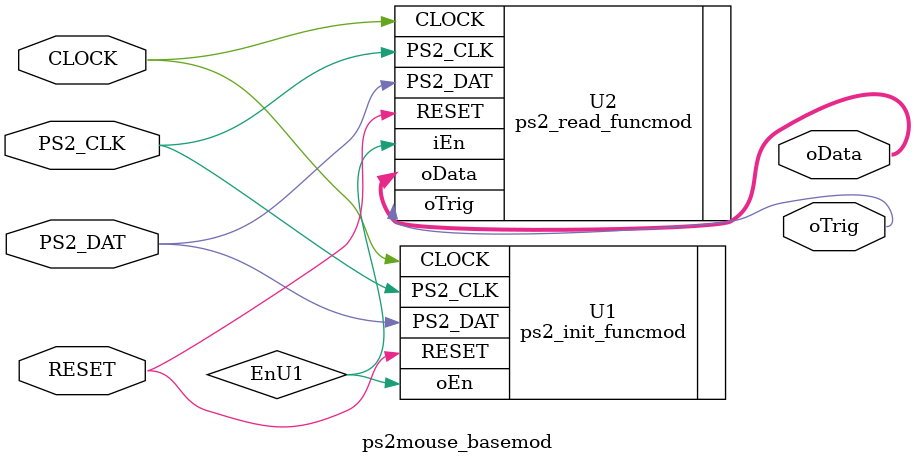
<source format=v>
module ps2mouse_basemod	
(
     input CLOCK, RESET,
	 inout PS2_CLK, PS2_DAT,
	 output oTrig,
     output [31:0]oData
);
    wire EnU1;

     ps2_init_funcmod U1
	 (
	     .CLOCK( CLOCK ),
		  .RESET( RESET ),
		  .PS2_CLK( PS2_CLK ), // < top
		  .PS2_DAT( PS2_DAT ), // < top
		  .oEn( EnU1 ) // > U2
	 );
	 
	  ps2_read_funcmod U2
	 (
	     .CLOCK( CLOCK ),
		  .RESET( RESET ),
		  .PS2_CLK( PS2_CLK ), // < top
		  .PS2_DAT( PS2_DAT ), // < top
		  .iEn( EnU1 ),       // < U1
		  .oTrig( oTrig ),    // > Top
		  .oData( oData )   // > Top
	 );
		 		     
endmodule

</source>
